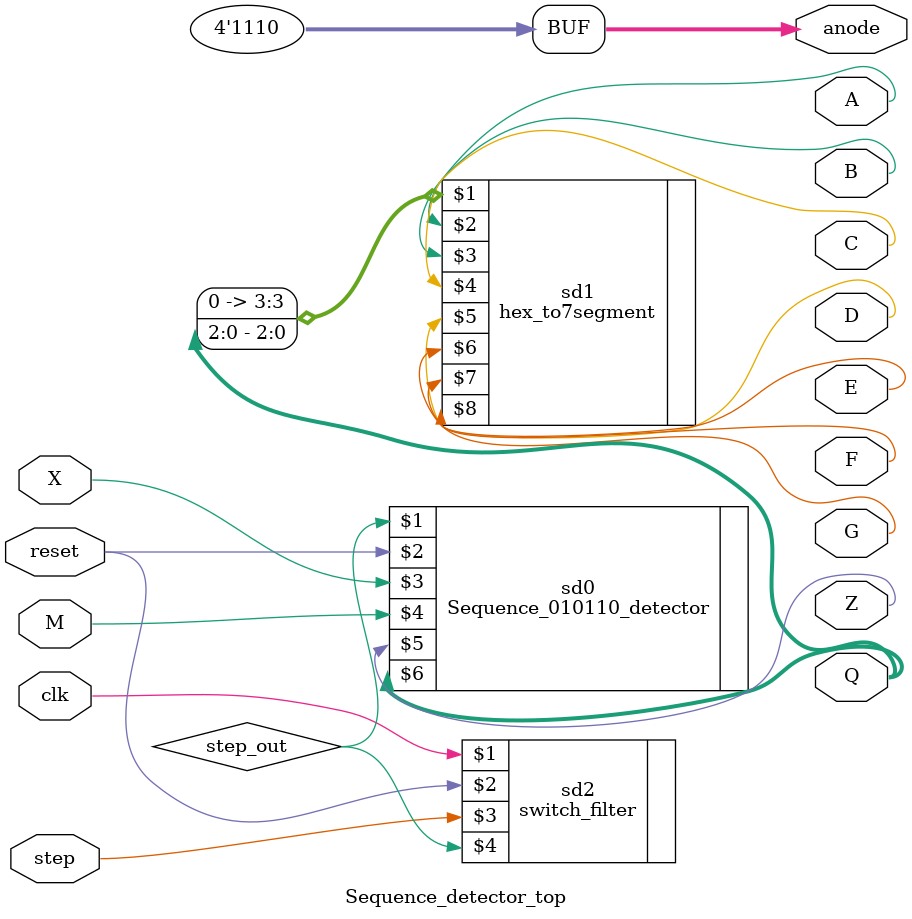
<source format=v>
`timescale 1ns / 1ps
module Sequence_detector_top(clk, reset, step, X, M, Z, Q, A,B,C,D,E,F,G, anode);
   
   input clk,reset;
   input      step;
   input         X;
   input         M;
   output        Z;
   output [2:0]  Q;
   
   // 7segment-display outputs
   output A,B,C,D,E,F,G;
   output [3:0]   anode;
   
   wire step_out;
   
   // The module to check the serial input if it has '010110' pattern
   // in it. Once the module found the pattern, it will return '1'
   // and also display the current state on LEDs
   //                           (     clk, reset, x, m, z, state)
   Sequence_010110_detector sd0 (step_out, reset, X, M, Z, Q);
   
   //
   //              [3:0]hex, a,b,c,d,e,f,g
   hex_to7segment sd1( {1'b0,Q}, A,B,C,D,E,F,G);
   
   // A structural module or top level of clock divider and debounce modules.
   // Make other structural modules easier to access these two modules.
   //               (clk, reset, Step_in, Step_out);
   switch_filter sd2(clk, reset,    step, step_out);

   // Anode control for 7segment display
   // 4 bits represent each node on the display
   // if the node is '0', means turn  on the node
   //            and '1', means turn off the node.
   assign anode = 4'b1110;
   
endmodule

</source>
